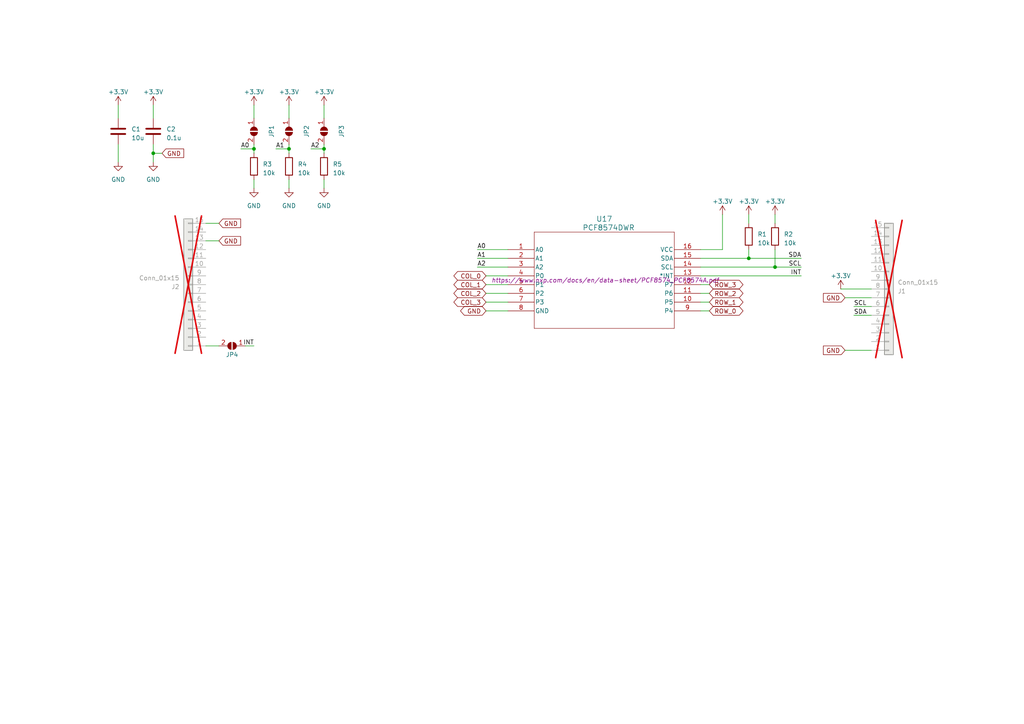
<source format=kicad_sch>
(kicad_sch (version 20231120) (generator "eeschema") (generator_version "8.0")
  (paper "A4")
  (lib_symbols
    (symbol "Connector_Generic:Conn_01x15" (pin_names (offset 1.016) hide)
      (property "Reference" "J" (at 0 20.32 0))
      (property "Value" "Conn_01x15" (at 0 -20.32 0))
      (symbol "Conn_01x15_1_1"
        (rectangle (start -1.27 -17.653) (end 0 -17.907) (stroke (width 0.1524)))
        (rectangle (start -1.27 -15.113) (end 0 -15.367) (stroke (width 0.1524)))
        (rectangle (start -1.27 -12.573) (end 0 -12.827) (stroke (width 0.1524)))
        (rectangle (start -1.27 -10.033) (end 0 -10.287) (stroke (width 0.1524)))
        (rectangle (start -1.27 -7.493) (end 0 -7.747) (stroke (width 0.1524)))
        (rectangle (start -1.27 -4.953) (end 0 -5.207) (stroke (width 0.1524)))
        (rectangle (start -1.27 -2.413) (end 0 -2.667) (stroke (width 0.1524)))
        (rectangle (start -1.27 0.127) (end 0 -0.127) (stroke (width 0.1524)))
        (rectangle (start -1.27 2.667) (end 0 2.413) (stroke (width 0.1524)))
        (rectangle (start -1.27 5.207) (end 0 4.953) (stroke (width 0.1524)))
        (rectangle (start -1.27 7.747) (end 0 7.493) (stroke (width 0.1524)))
        (rectangle (start -1.27 10.287) (end 0 10.033) (stroke (width 0.1524)))
        (rectangle (start -1.27 12.827) (end 0 12.573) (stroke (width 0.1524)))
        (rectangle (start -1.27 15.367) (end 0 15.113) (stroke (width 0.1524)))
        (rectangle (start -1.27 17.907) (end 0 17.653) (stroke (width 0.1524)))
        (rectangle (start -1.27 19.05) (end 1.27 -19.05) (stroke (width 0.254)) (fill (type background)))
        (pin passive line (at -5.08 17.78 0) (length 3.81) (name "Pin_1") (number "1"))
        (pin passive line (at -5.08 -5.08 0) (length 3.81) (name "Pin_10") (number "10"))
        (pin passive line (at -5.08 -7.62 0) (length 3.81) (name "Pin_11") (number "11"))
        (pin passive line (at -5.08 -10.16 0) (length 3.81) (name "Pin_12") (number "12"))
        (pin passive line (at -5.08 -12.7 0) (length 3.81) (name "Pin_13") (number "13"))
        (pin passive line (at -5.08 -15.24 0) (length 3.81) (name "Pin_14") (number "14"))
        (pin passive line (at -5.08 -17.78 0) (length 3.81) (name "Pin_15") (number "15"))
        (pin passive line (at -5.08 15.24 0) (length 3.81) (name "Pin_2") (number "2"))
        (pin passive line (at -5.08 12.7 0) (length 3.81) (name "Pin_3") (number "3"))
        (pin passive line (at -5.08 10.16 0) (length 3.81) (name "Pin_4") (number "4"))
        (pin passive line (at -5.08 7.62 0) (length 3.81) (name "Pin_5") (number "5"))
        (pin passive line (at -5.08 5.08 0) (length 3.81) (name "Pin_6") (number "6"))
        (pin passive line (at -5.08 2.54 0) (length 3.81) (name "Pin_7") (number "7"))
        (pin passive line (at -5.08 0 0) (length 3.81) (name "Pin_8") (number "8"))
        (pin passive line (at -5.08 -2.54 0) (length 3.81) (name "Pin_9") (number "9"))
      )
    )
    (symbol "Device:C" (pin_numbers hide) (pin_names (offset 0.254))
      (property "Reference" "C" (at 0.635 2.54 0))
      (property "Value" "C" (at 0.635 -2.54 0))
      (symbol "C_0_1"
        (polyline (pts (xy -2.032 -0.762) (xy 2.032 -0.762)) (stroke (width 0.508)))
        (polyline (pts (xy -2.032 0.762) (xy 2.032 0.762)) (stroke (width 0.508)))
      )
      (symbol "C_1_1"
        (pin passive line (at 0 3.81 270) (length 2.794) (name "~") (number "1"))
        (pin passive line (at 0 -3.81 90) (length 2.794) (name "~") (number "2"))
      )
    )
    (symbol "Device:R" (pin_numbers hide) (pin_names (offset 0))
      (property "Reference" "R" (at 2.032 0 90))
      (property "Value" "R" (at 0 0 90))
      (symbol "R_0_1"
        (rectangle (start -1.016 -2.54) (end 1.016 2.54) (stroke (width 0.254)))
      )
      (symbol "R_1_1"
        (pin passive line (at 0 3.81 270) (length 1.27) (name "~") (number "1"))
        (pin passive line (at 0 -3.81 90) (length 1.27) (name "~") (number "2"))
      )
    )
    (symbol "Jumper:SolderJumper_2_Open" (pin_names (offset 0) hide)
      (property "Reference" "JP" (at 0 2.032 0))
      (property "Value" "SolderJumper_2_Open" (at 0 -2.54 0))
      (symbol "SolderJumper_2_Open_0_1"
        (arc (start -0.254 1.016) (mid -1.2656 0) (end -0.254 -1.016))
        (arc (start -0.254 1.016) (mid -1.2656 0) (end -0.254 -1.016) (fill (type outline)))
        (polyline (pts (xy -0.254 1.016) (xy -0.254 -1.016)))
        (polyline (pts (xy 0.254 1.016) (xy 0.254 -1.016)))
        (arc (start 0.254 -1.016) (mid 1.2656 0) (end 0.254 1.016))
        (arc (start 0.254 -1.016) (mid 1.2656 0) (end 0.254 1.016) (fill (type outline)))
      )
      (symbol "SolderJumper_2_Open_1_1"
        (pin passive line (at -3.81 0 0) (length 2.54) (name "A") (number "1"))
        (pin passive line (at 3.81 0 180) (length 2.54) (name "B") (number "2"))
      )
    )
    (symbol "PCF8574DWR:PCF8574DWR" (pin_names (offset 0.254))
      (property "Reference" "U" (at 27.94 10.16 0))
      (property "Value" "PCF8574DWR" (at 27.94 7.62 0))
      (symbol "PCF8574DWR_0_1"
        (polyline (pts (xy 7.62 -22.86) (xy 48.26 -22.86)) (stroke (width 0.127)))
        (polyline (pts (xy 7.62 5.08) (xy 7.62 -22.86)) (stroke (width 0.127)))
        (polyline (pts (xy 48.26 -22.86) (xy 48.26 5.08)) (stroke (width 0.127)))
        (polyline (pts (xy 48.26 5.08) (xy 7.62 5.08)) (stroke (width 0.127)))
        (pin input line (at 0 0 0) (length 7.62) (name "A0") (number "1"))
        (pin bidirectional line (at 55.88 -15.24 180) (length 7.62) (name "P5") (number "10"))
        (pin bidirectional line (at 55.88 -12.7 180) (length 7.62) (name "P6") (number "11"))
        (pin bidirectional line (at 55.88 -10.16 180) (length 7.62) (name "P7") (number "12"))
        (pin output line (at 55.88 -7.62 180) (length 7.62) (name "*INT") (number "13"))
        (pin unspecified line (at 55.88 -5.08 180) (length 7.62) (name "SCL") (number "14"))
        (pin unspecified line (at 55.88 -2.54 180) (length 7.62) (name "SDA") (number "15"))
        (pin power_in line (at 55.88 0 180) (length 7.62) (name "VCC") (number "16"))
        (pin input line (at 0 -2.54 0) (length 7.62) (name "A1") (number "2"))
        (pin input line (at 0 -5.08 0) (length 7.62) (name "A2") (number "3"))
        (pin bidirectional line (at 0 -7.62 0) (length 7.62) (name "P0") (number "4"))
        (pin bidirectional line (at 0 -10.16 0) (length 7.62) (name "P1") (number "5"))
        (pin bidirectional line (at 0 -12.7 0) (length 7.62) (name "P2") (number "6"))
        (pin bidirectional line (at 0 -15.24 0) (length 7.62) (name "P3") (number "7"))
        (pin power_in line (at 0 -17.78 0) (length 7.62) (name "GND") (number "8"))
        (pin bidirectional line (at 55.88 -17.78 180) (length 7.62) (name "P4") (number "9"))
      )
    )
    (symbol "power:+3.3V" (power) (pin_names (offset 0))
      (property "Value" "+3.3V" (at 0 3.556 0))
      (symbol "+3.3V_0_1"
        (polyline (pts (xy -0.762 1.27) (xy 0 2.54)))
        (polyline (pts (xy 0 0) (xy 0 2.54)))
        (polyline (pts (xy 0 2.54) (xy 0.762 1.27)))
      )
      (symbol "+3.3V_1_1"
        (pin power_in line (at 0 0 90) (length 0) hide (name "+3.3V") (number "1"))
      )
    )
    (symbol "power:GND" (power) (pin_names (offset 0))
      (property "Value" "GND" (at 0 -3.81 0))
      (symbol "GND_0_1"
        (polyline (pts (xy 0 0) (xy 0 -1.27) (xy 1.27 -1.27) (xy 0 -2.54) (xy -1.27 -1.27) (xy 0 -1.27)))
      )
      (symbol "GND_1_1"
        (pin power_in line (at 0 0 270) (length 0) hide (name "GND") (number "1"))
      )
    )
  )
  (junction (at 73.66 43.18))
  (junction (at 217.17 74.93))
  (junction (at 44.45 44.45))
  (junction (at 93.98 43.18))
  (junction (at 83.82 43.18))
  (junction (at 224.79 77.47))
  (wire (pts (xy 44.45 44.45) (xy 44.45 46.99)))
  (wire (pts (xy 83.82 43.18) (xy 83.82 44.45)))
  (wire (pts (xy 69.85 43.18) (xy 73.66 43.18)))
  (wire (pts (xy 245.11 101.6) (xy 252.73 101.6)))
  (wire (pts (xy 209.55 62.23) (xy 209.55 72.39)))
  (wire (pts (xy 59.69 64.77) (xy 63.5 64.77)))
  (wire (pts (xy 83.82 41.91) (xy 83.82 43.18)))
  (wire (pts (xy 73.66 100.33) (xy 71.12 100.33)))
  (wire (pts (xy 203.2 85.09) (xy 205.74 85.09)))
  (wire (pts (xy 93.98 41.91) (xy 93.98 43.18)))
  (wire (pts (xy 217.17 74.93) (xy 232.41 74.93)))
  (wire (pts (xy 59.69 69.85) (xy 63.5 69.85)))
  (wire (pts (xy 140.97 87.63) (xy 147.32 87.63)))
  (wire (pts (xy 243.84 83.82) (xy 252.73 83.82)))
  (wire (pts (xy 138.43 74.93) (xy 147.32 74.93)))
  (wire (pts (xy 93.98 30.48) (xy 93.98 34.29)))
  (wire (pts (xy 34.29 30.48) (xy 34.29 34.29)))
  (wire (pts (xy 224.79 77.47) (xy 232.41 77.47)))
  (wire (pts (xy 140.97 82.55) (xy 147.32 82.55)))
  (wire (pts (xy 73.66 30.48) (xy 73.66 34.29)))
  (wire (pts (xy 80.01 43.18) (xy 83.82 43.18)))
  (wire (pts (xy 247.65 91.44) (xy 252.73 91.44)))
  (wire (pts (xy 217.17 62.23) (xy 217.17 64.77)))
  (wire (pts (xy 203.2 90.17) (xy 205.74 90.17)))
  (wire (pts (xy 83.82 52.07) (xy 83.82 54.61)))
  (wire (pts (xy 224.79 77.47) (xy 203.2 77.47)))
  (wire (pts (xy 90.17 43.18) (xy 93.98 43.18)))
  (wire (pts (xy 93.98 43.18) (xy 93.98 44.45)))
  (wire (pts (xy 59.69 100.33) (xy 63.5 100.33)))
  (wire (pts (xy 203.2 82.55) (xy 205.74 82.55)))
  (wire (pts (xy 83.82 30.48) (xy 83.82 34.29)))
  (wire (pts (xy 217.17 74.93) (xy 203.2 74.93)))
  (wire (pts (xy 140.97 80.01) (xy 147.32 80.01)))
  (wire (pts (xy 93.98 52.07) (xy 93.98 54.61)))
  (wire (pts (xy 44.45 30.48) (xy 44.45 34.29)))
  (wire (pts (xy 245.11 86.36) (xy 252.73 86.36)))
  (wire (pts (xy 44.45 41.91) (xy 44.45 44.45)))
  (wire (pts (xy 203.2 87.63) (xy 205.74 87.63)))
  (wire (pts (xy 73.66 52.07) (xy 73.66 54.61)))
  (wire (pts (xy 140.97 90.17) (xy 147.32 90.17)))
  (wire (pts (xy 209.55 72.39) (xy 203.2 72.39)))
  (wire (pts (xy 217.17 72.39) (xy 217.17 74.93)))
  (wire (pts (xy 73.66 41.91) (xy 73.66 43.18)))
  (wire (pts (xy 44.45 44.45) (xy 46.99 44.45)))
  (wire (pts (xy 34.29 41.91) (xy 34.29 46.99)))
  (wire (pts (xy 138.43 77.47) (xy 147.32 77.47)))
  (wire (pts (xy 247.65 88.9) (xy 252.73 88.9)))
  (wire (pts (xy 73.66 43.18) (xy 73.66 44.45)))
  (wire (pts (xy 140.97 85.09) (xy 147.32 85.09)))
  (wire (pts (xy 224.79 72.39) (xy 224.79 77.47)))
  (wire (pts (xy 224.79 62.23) (xy 224.79 64.77)))
  (wire (pts (xy 138.43 72.39) (xy 147.32 72.39)))
  (wire (pts (xy 203.2 80.01) (xy 232.41 80.01)))
  (label "A0" (at 69.85 43.18 0))
  (label "A2" (at 138.43 77.47 0))
  (label "A1" (at 138.43 74.93 0))
  (label "INT" (at 232.41 80.01 180))
  (label "SCL" (at 247.65 88.9 0))
  (label "A1" (at 80.01 43.18 0))
  (label "A0" (at 138.43 72.39 0))
  (label "INT" (at 73.66 100.33 180))
  (label "SDA" (at 232.41 74.93 180))
  (label "SDA" (at 247.65 91.44 0))
  (label "SCL" (at 232.41 77.47 180))
  (label "A2" (at 90.17 43.18 0))
  (global_label "COL_0" (shape bidirectional) (at 140.97 80.01 180) (property "Intersheetrefs" "${INTERSHEET_REFS}" (effects (hide yes))))
  (global_label "COL_2" (shape bidirectional) (at 140.97 85.09 180) (property "Intersheetrefs" "${INTERSHEET_REFS}" (effects (hide yes))))
  (global_label "GND" (shape bidirectional) (at 140.97 90.17 180) (property "Intersheetrefs" "${INTERSHEET_REFS}" (effects (hide yes))))
  (global_label "ROW_1" (shape bidirectional) (at 205.74 87.63 0) (property "Intersheetrefs" "${INTERSHEET_REFS}" (effects (hide yes))))
  (global_label "GND" (shape input) (at 245.11 86.36 180) (property "Intersheetrefs" "${INTERSHEET_REFS}" (effects (hide yes))))
  (global_label "ROW_2" (shape bidirectional) (at 205.74 85.09 0) (property "Intersheetrefs" "${INTERSHEET_REFS}" (effects (hide yes))))
  (global_label "ROW_0" (shape bidirectional) (at 205.74 90.17 0) (property "Intersheetrefs" "${INTERSHEET_REFS}" (effects (hide yes))))
  (global_label "COL_1" (shape bidirectional) (at 140.97 82.55 180) (property "Intersheetrefs" "${INTERSHEET_REFS}" (effects (hide yes))))
  (global_label "ROW_3" (shape bidirectional) (at 205.74 82.55 0) (property "Intersheetrefs" "${INTERSHEET_REFS}" (effects (hide yes))))
  (global_label "GND" (shape input) (at 63.5 69.85 0) (property "Intersheetrefs" "${INTERSHEET_REFS}" (effects (hide yes))))
  (global_label "GND" (shape input) (at 245.11 101.6 180) (property "Intersheetrefs" "${INTERSHEET_REFS}" (effects (hide yes))))
  (global_label "COL_3" (shape bidirectional) (at 140.97 87.63 180) (property "Intersheetrefs" "${INTERSHEET_REFS}" (effects (hide yes))))
  (global_label "GND" (shape input) (at 63.5 64.77 0) (property "Intersheetrefs" "${INTERSHEET_REFS}" (effects (hide yes))))
  (global_label "GND" (shape input) (at 46.99 44.45 0) (property "Intersheetrefs" "${INTERSHEET_REFS}" (effects (hide yes))))
  (symbol (lib_id "power:GND") (at 44.45 46.99 0) (unit 1)
    (property "Reference" "#PWR05" (effects (hide yes)))
    (property "Value" "GND" (at 44.45 52.07 0))
  )
  (symbol (lib_id "power:+3.3V") (at 217.17 62.23 0) (unit 1)
    (property "Reference" "#PWR012" (effects (hide yes)))
    (property "Value" "+3.3V" (at 217.17 58.42 0))
  )
  (symbol (lib_id "power:GND") (at 83.82 54.61 0) (unit 1)
    (property "Reference" "#PWR07" (effects (hide yes)))
    (property "Value" "GND" (at 83.82 59.69 0))
  )
  (symbol (lib_id "power:+3.3V") (at 243.84 83.82 0) (unit 1)
    (property "Reference" "#PWR014" (effects (hide yes)))
    (property "Value" "+3.3V" (at 243.84 80.01 0))
  )
  (symbol (lib_id "Jumper:SolderJumper_2_Open") (at 83.82 38.1 270) (unit 1)
    (property "Reference" "JP2" (at 88.9 38.1 0))
    (property "Value" "SolderJumper_2_Open" (effects (hide yes)))
    (property "Footprint" "Jumper:SolderJumper-2_P1.3mm_Open_RoundedPad1.0x1.5mm" (effects (hide yes)))
  )
  (symbol (lib_id "power:GND") (at 93.98 54.61 0) (unit 1)
    (property "Reference" "#PWR08" (effects (hide yes)))
    (property "Value" "GND" (at 93.98 59.69 0))
  )
  (symbol (lib_id "Jumper:SolderJumper_2_Open") (at 73.66 38.1 270) (unit 1)
    (property "Reference" "JP1" (at 78.74 38.1 0))
    (property "Value" "SolderJumper_2_Open" (effects (hide yes)))
    (property "Footprint" "Jumper:SolderJumper-2_P1.3mm_Open_RoundedPad1.0x1.5mm" (effects (hide yes)))
  )
  (symbol (lib_id "power:+3.3V") (at 224.79 62.23 0) (unit 1)
    (property "Reference" "#PWR013" (effects (hide yes)))
    (property "Value" "+3.3V" (at 224.79 58.42 0))
  )
  (symbol (lib_id "Device:C") (at 44.45 38.1 0) (unit 1)
    (property "Reference" "C2" (at 48.26 37.465 0) (effects (justify left)))
    (property "Value" "0.1u" (at 48.26 40.005 0) (effects (justify left)))
    (property "Footprint" "Capacitor_SMD:C_0402_1005Metric_Pad0.74x0.62mm_HandSolder" (effects (hide yes)))
    (property "Datasheet" "https://www.we-online.com/components/products/datasheet/885012205001.pdf" (effects (hide yes)))
  )
  (symbol (lib_id "Device:C") (at 34.29 38.1 0) (unit 1)
    (property "Reference" "C1" (at 38.1 37.465 0) (effects (justify left)))
    (property "Value" "10u" (at 38.1 40.005 0) (effects (justify left)))
    (property "Footprint" "Capacitor_SMD:C_0402_1005Metric_Pad0.74x0.62mm_HandSolder" (effects (hide yes)))
    (property "Datasheet" "https://search.murata.co.jp/Ceramy/image/img/A01X/G101/ENG/GRM155R61A106ME11-01A.pdf" (effects (hide yes)))
  )
  (symbol (lib_id "Device:R") (at 73.66 48.26 0) (unit 1)
    (property "Reference" "R3" (at 76.2 47.625 0) (effects (justify left)))
    (property "Value" "10k" (at 76.2 50.165 0) (effects (justify left)))
    (property "Footprint" "Resistor_SMD:R_0402_1005Metric_Pad0.72x0.64mm_HandSolder" (effects (hide yes)))
    (property "Datasheet" "https://www.vishay.com/docs/20066/rcce3.pdf" (effects (hide yes)))
  )
  (symbol (lib_id "Device:R") (at 217.17 68.58 0) (unit 1)
    (property "Reference" "R1" (at 219.71 67.945 0) (effects (justify left)))
    (property "Value" "10k" (at 219.71 70.485 0) (effects (justify left)))
    (property "Footprint" "Resistor_SMD:R_0402_1005Metric_Pad0.72x0.64mm_HandSolder" (effects (hide yes)))
    (property "Datasheet" "https://www.vishay.com/docs/20066/rcce3.pdf" (effects (hide yes)))
  )
  (symbol (lib_id "power:+3.3V") (at 83.82 30.48 0) (unit 1)
    (property "Reference" "#PWR010" (effects (hide yes)))
    (property "Value" "+3.3V" (at 83.82 26.67 0))
  )
  (symbol (lib_id "Jumper:SolderJumper_2_Open") (at 67.31 100.33 180) (unit 1)
    (property "Reference" "JP4" (at 67.31 102.87 0))
    (property "Value" "SolderJumper_2_Open" (effects (hide yes)))
    (property "Footprint" "Jumper:SolderJumper-2_P1.3mm_Open_RoundedPad1.0x1.5mm" (effects (hide yes)))
  )
  (symbol (lib_id "power:+3.3V") (at 93.98 30.48 0) (unit 1)
    (property "Reference" "#PWR011" (effects (hide yes)))
    (property "Value" "+3.3V" (at 93.98 26.67 0))
  )
  (symbol (lib_id "power:+3.3V") (at 73.66 30.48 0) (unit 1)
    (property "Reference" "#PWR09" (effects (hide yes)))
    (property "Value" "+3.3V" (at 73.66 26.67 0))
  )
  (symbol (lib_id "power:+3.3V") (at 34.29 30.48 0) (unit 1)
    (property "Reference" "#PWR03" (effects (hide yes)))
    (property "Value" "+3.3V" (at 34.29 26.67 0))
  )
  (symbol (lib_id "Device:R") (at 83.82 48.26 0) (unit 1)
    (property "Reference" "R4" (at 86.36 47.625 0) (effects (justify left)))
    (property "Value" "10k" (at 86.36 50.165 0) (effects (justify left)))
    (property "Footprint" "Resistor_SMD:R_0402_1005Metric_Pad0.72x0.64mm_HandSolder" (effects (hide yes)))
    (property "Datasheet" "https://www.vishay.com/docs/20066/rcce3.pdf" (effects (hide yes)))
  )
  (symbol (lib_id "Connector_Generic:Conn_01x15") (at 54.61 82.55 180) (unit 1) (dnp yes)
    (property "Reference" "J2" (at 52.07 83.185 0) (effects (justify left)))
    (property "Value" "Conn_01x15" (at 52.07 80.645 0) (effects (justify left)))
    (property "Footprint" "Connector_PinHeader_1.00mm:PinHeader_1x15_P1.00mm_Vertical" (effects (hide yes)))
  )
  (symbol (lib_id "PCF8574DWR:PCF8574DWR") (at 147.32 72.39 0) (unit 1)
    (property "Reference" "U17" (at 175.26 63.5 0) (effects (font (size 1.524 1.524))))
    (property "Value" "PCF8574DWR" (at 176.53 66.04 0) (effects (font (size 1.524 1.524))))
    (property "Footprint" "footprints:SOT162-1_NXP-M" (effects (hide yes)))
    (property "Datasheet" "https://www.nxp.com/docs/en/data-sheet/PCF8574_PCF8574A.pdf" (at 175.514 81.28 0) (effects (font (italic yes))))
  )
  (symbol (lib_id "power:GND") (at 34.29 46.99 0) (unit 1)
    (property "Reference" "#PWR01" (effects (hide yes)))
    (property "Value" "GND" (at 34.29 52.07 0))
  )
  (symbol (lib_id "Device:R") (at 93.98 48.26 0) (unit 1)
    (property "Reference" "R5" (at 96.52 47.625 0) (effects (justify left)))
    (property "Value" "10k" (at 96.52 50.165 0) (effects (justify left)))
    (property "Footprint" "Resistor_SMD:R_0402_1005Metric_Pad0.72x0.64mm_HandSolder" (effects (hide yes)))
    (property "Datasheet" "https://www.vishay.com/docs/20066/rcce3.pdf" (effects (hide yes)))
  )
  (symbol (lib_id "Connector_Generic:Conn_01x15") (at 257.81 83.82 0) (mirror x) (unit 1) (dnp yes)
    (property "Reference" "J1" (at 260.35 84.455 0) (effects (justify left)))
    (property "Value" "Conn_01x15" (at 260.35 81.915 0) (effects (justify left)))
    (property "Footprint" "Connector_PinHeader_1.00mm:PinHeader_1x15_P1.00mm_Vertical" (effects (hide yes)))
  )
  (symbol (lib_id "power:+3.3V") (at 209.55 62.23 0) (unit 1)
    (property "Reference" "#PWR02" (effects (hide yes)))
    (property "Value" "+3.3V" (at 209.55 58.42 0))
  )
  (symbol (lib_id "Device:R") (at 224.79 68.58 0) (unit 1)
    (property "Reference" "R2" (at 227.33 67.945 0) (effects (justify left)))
    (property "Value" "10k" (at 227.33 70.485 0) (effects (justify left)))
    (property "Footprint" "Resistor_SMD:R_0402_1005Metric_Pad0.72x0.64mm_HandSolder" (effects (hide yes)))
    (property "Datasheet" "https://www.vishay.com/docs/20066/rcce3.pdf" (effects (hide yes)))
  )
  (symbol (lib_id "power:+3.3V") (at 44.45 30.48 0) (unit 1)
    (property "Reference" "#PWR04" (effects (hide yes)))
    (property "Value" "+3.3V" (at 44.45 26.67 0))
  )
  (symbol (lib_id "power:GND") (at 73.66 54.61 0) (unit 1)
    (property "Reference" "#PWR06" (effects (hide yes)))
    (property "Value" "GND" (at 73.66 59.69 0))
  )
  (symbol (lib_id "Jumper:SolderJumper_2_Open") (at 93.98 38.1 270) (unit 1)
    (property "Reference" "JP3" (at 99.06 38.1 0))
    (property "Value" "SolderJumper_2_Open" (effects (hide yes)))
    (property "Footprint" "Jumper:SolderJumper-2_P1.3mm_Open_RoundedPad1.0x1.5mm" (effects (hide yes)))
  )
)
</source>
